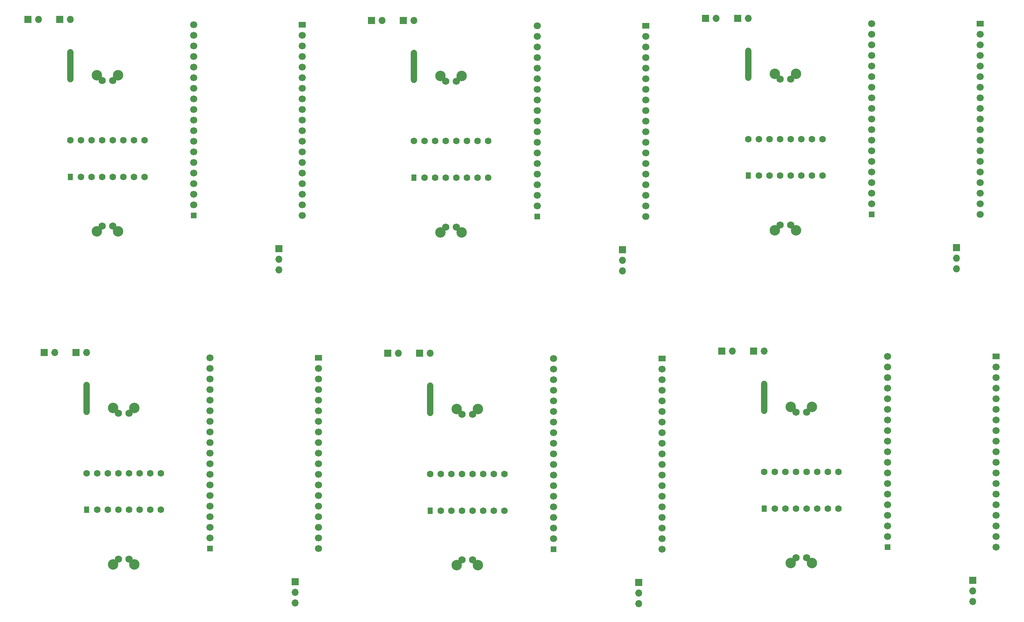
<source format=gbr>
%TF.GenerationSoftware,KiCad,Pcbnew,7.0.10*%
%TF.CreationDate,2024-06-27T10:14:01-03:00*%
%TF.ProjectId,EspR,45737052-2e6b-4696-9361-645f70636258,rev?*%
%TF.SameCoordinates,Original*%
%TF.FileFunction,Copper,L1,Top*%
%TF.FilePolarity,Positive*%
%FSLAX46Y46*%
G04 Gerber Fmt 4.6, Leading zero omitted, Abs format (unit mm)*
G04 Created by KiCad (PCBNEW 7.0.10) date 2024-06-27 10:14:01*
%MOMM*%
%LPD*%
G01*
G04 APERTURE LIST*
%TA.AperFunction,ComponentPad*%
%ADD10R,1.700000X1.700000*%
%TD*%
%TA.AperFunction,ComponentPad*%
%ADD11O,1.700000X1.700000*%
%TD*%
%TA.AperFunction,ComponentPad*%
%ADD12C,2.500000*%
%TD*%
%TA.AperFunction,ComponentPad*%
%ADD13C,1.750000*%
%TD*%
%TA.AperFunction,ComponentPad*%
%ADD14R,1.350000X1.350000*%
%TD*%
%TA.AperFunction,ComponentPad*%
%ADD15C,1.700000*%
%TD*%
%TA.AperFunction,ComponentPad*%
%ADD16R,1.700000X1.350000*%
%TD*%
%TA.AperFunction,ComponentPad*%
%ADD17R,1.250000X1.600000*%
%TD*%
%TA.AperFunction,ComponentPad*%
%ADD18C,1.600000*%
%TD*%
%TA.AperFunction,ViaPad*%
%ADD19C,1.500000*%
%TD*%
%TA.AperFunction,Conductor*%
%ADD20C,1.500000*%
%TD*%
G04 APERTURE END LIST*
D10*
%TO.P,BAT1,1,Pin_1*%
%TO.N,GNC*%
X203462500Y-106875000D03*
D11*
%TO.P,BAT1,2,Pin_2*%
%TO.N,+7.5V*%
X206002500Y-106875000D03*
%TD*%
D12*
%TO.P,J1,1,Pin_1*%
%TO.N,Net-(J1-Pin_1)*%
X212360000Y-157675000D03*
D13*
X213630000Y-156405000D03*
%TO.P,J1,2,Pin_2*%
%TO.N,Net-(J1-Pin_2)*%
X216170000Y-156405000D03*
D12*
X217440000Y-157675000D03*
%TD*%
%TO.P,J1,1,Pin_1*%
%TO.N,Net-(J1-Pin_1)*%
X132295000Y-158165000D03*
D13*
X133565000Y-156895000D03*
%TO.P,J1,2,Pin_2*%
%TO.N,Net-(J1-Pin_2)*%
X136105000Y-156895000D03*
D12*
X137375000Y-158165000D03*
%TD*%
D14*
%TO.P,U1,J4_1,GND_J4_1*%
%TO.N,unconnected-(U1-GND_J4_1-PadJ4_1)*%
X235555000Y-153865000D03*
D15*
%TO.P,U1,J4_2,G23*%
%TO.N,Enable 1(23)*%
X235555000Y-151325000D03*
%TO.P,U1,J4_3,G22*%
%TO.N,Motor 1(22)*%
X235555000Y-148785000D03*
%TO.P,U1,J4_4,TXD*%
%TO.N,unconnected-(U1-TXD-PadJ4_4)*%
X235555000Y-146245000D03*
%TO.P,U1,J4_5,RXD*%
%TO.N,unconnected-(U1-RXD-PadJ4_5)*%
X235555000Y-143705000D03*
%TO.P,U1,J4_6,G21*%
%TO.N,Motor 1(21)*%
X235555000Y-141165000D03*
%TO.P,U1,J4_7,GND_J4_7*%
%TO.N,unconnected-(U1-GND_J4_7-PadJ4_7)*%
X235555000Y-138625000D03*
%TO.P,U1,J4_8,G19*%
%TO.N,Enable 2(19)*%
X235555000Y-136085000D03*
%TO.P,U1,J4_9,G18*%
%TO.N,Motor 2(18)*%
X235555000Y-133545000D03*
%TO.P,U1,J4_10,G5*%
%TO.N,Motor 2(5)*%
X235555000Y-131005000D03*
%TO.P,U1,J4_11,G17*%
%TO.N,unconnected-(U1-G17-PadJ4_11)*%
X235555000Y-128465000D03*
%TO.P,U1,J4_12,G16*%
%TO.N,unconnected-(U1-G16-PadJ4_12)*%
X235555000Y-125925000D03*
%TO.P,U1,J4_13,G4*%
%TO.N,unconnected-(U1-G4-PadJ4_13)*%
X235555000Y-123385000D03*
%TO.P,U1,J4_14,G0*%
%TO.N,unconnected-(U1-G0-PadJ4_14)*%
X235555000Y-120845000D03*
%TO.P,U1,J4_15,G2*%
%TO.N,unconnected-(U1-G2-PadJ4_15)*%
X235555000Y-118305000D03*
%TO.P,U1,J4_16,G15*%
%TO.N,unconnected-(U1-G15-PadJ4_16)*%
X235555000Y-115765000D03*
%TO.P,U1,J4_17,SD1*%
%TO.N,unconnected-(U1-SD1-PadJ4_17)*%
X235555000Y-113225000D03*
%TO.P,U1,J4_18,SD0*%
%TO.N,unconnected-(U1-SD0-PadJ4_18)*%
X235555000Y-110685000D03*
%TO.P,U1,J4_19,CLK*%
%TO.N,unconnected-(U1-CLK-PadJ4_19)*%
X235555000Y-108145000D03*
D16*
%TO.P,U1,J5_1,5V*%
%TO.N,+5V*%
X261555000Y-108145000D03*
D15*
%TO.P,U1,J5_2,CMD*%
%TO.N,unconnected-(U1-CMD-PadJ5_2)*%
X261555000Y-110685000D03*
%TO.P,U1,J5_3,SD3*%
%TO.N,unconnected-(U1-SD3-PadJ5_3)*%
X261555000Y-113225000D03*
%TO.P,U1,J5_4,SD2*%
%TO.N,unconnected-(U1-SD2-PadJ5_4)*%
X261555000Y-115765000D03*
%TO.P,U1,J5_5,G13*%
%TO.N,unconnected-(U1-G13-PadJ5_5)*%
X261555000Y-118305000D03*
%TO.P,U1,J5_6,GND_J5_6*%
%TO.N,GND*%
X261555000Y-120845000D03*
%TO.P,U1,J5_7,G12*%
%TO.N,unconnected-(U1-G12-PadJ5_7)*%
X261555000Y-123385000D03*
%TO.P,U1,J5_8,G14*%
%TO.N,unconnected-(U1-G14-PadJ5_8)*%
X261555000Y-125925000D03*
%TO.P,U1,J5_9,G27*%
%TO.N,unconnected-(U1-G27-PadJ5_9)*%
X261555000Y-128465000D03*
%TO.P,U1,J5_10,G26*%
%TO.N,unconnected-(U1-G26-PadJ5_10)*%
X261555000Y-131005000D03*
%TO.P,U1,J5_11,G25*%
%TO.N,unconnected-(U1-G25-PadJ5_11)*%
X261555000Y-133545000D03*
%TO.P,U1,J5_12,G33*%
%TO.N,unconnected-(U1-G33-PadJ5_12)*%
X261555000Y-136085000D03*
%TO.P,U1,J5_13,G32*%
%TO.N,32*%
X261555000Y-138625000D03*
%TO.P,U1,J5_14,G35*%
%TO.N,unconnected-(U1-G35-PadJ5_14)*%
X261555000Y-141165000D03*
%TO.P,U1,J5_15,G34*%
%TO.N,unconnected-(U1-G34-PadJ5_15)*%
X261555000Y-143705000D03*
%TO.P,U1,J5_16,SN*%
%TO.N,unconnected-(U1-SN-PadJ5_16)*%
X261555000Y-146245000D03*
%TO.P,U1,J5_17,SP*%
%TO.N,unconnected-(U1-SP-PadJ5_17)*%
X261555000Y-148785000D03*
%TO.P,U1,J5_18,EN*%
%TO.N,unconnected-(U1-EN-PadJ5_18)*%
X261555000Y-151325000D03*
%TO.P,U1,J5_19,3V3*%
%TO.N,unconnected-(U1-3V3-PadJ5_19)*%
X261555000Y-153865000D03*
%TD*%
D10*
%TO.P,BAT1,1,Pin_1*%
%TO.N,GNC*%
X123397500Y-107365000D03*
D11*
%TO.P,BAT1,2,Pin_2*%
%TO.N,+7.5V*%
X125937500Y-107365000D03*
%TD*%
D10*
%TO.P,J4,1,Pin_1*%
%TO.N,GND*%
X255950000Y-161815000D03*
D11*
%TO.P,J4,2,Pin_2*%
%TO.N,+5V*%
X255950000Y-164355000D03*
%TO.P,J4,3,Pin_3*%
%TO.N,32*%
X255950000Y-166895000D03*
%TD*%
D17*
%TO.P,U2,1,ENABLE1*%
%TO.N,Enable 1(23)*%
X206010000Y-144605000D03*
D18*
%TO.P,U2,2,INPUT1*%
%TO.N,Motor 1(22)*%
X208550000Y-144605000D03*
%TO.P,U2,3,OUTPUT1*%
%TO.N,Net-(J1-Pin_1)*%
X211090000Y-144605000D03*
%TO.P,U2,4,GND*%
%TO.N,GND*%
X213630000Y-144605000D03*
%TO.P,U2,5,GND*%
X216170000Y-144605000D03*
%TO.P,U2,6,OUTPUT2*%
%TO.N,Net-(J1-Pin_2)*%
X218710000Y-144605000D03*
%TO.P,U2,7,INPUT2*%
%TO.N,Motor 1(21)*%
X221250000Y-144605000D03*
%TO.P,U2,8,VS*%
%TO.N,+5V*%
X223790000Y-144605000D03*
%TO.P,U2,9,ENABLE2*%
%TO.N,Enable 2(19)*%
X223790000Y-135805000D03*
%TO.P,U2,10,INPUT3*%
%TO.N,Motor 2(18)*%
X221250000Y-135805000D03*
%TO.P,U2,11,OUTPUT3*%
%TO.N,Net-(J2-Pin_1)*%
X218710000Y-135805000D03*
%TO.P,U2,12,GND*%
%TO.N,GND*%
X216170000Y-135805000D03*
%TO.P,U2,13,GND*%
X213630000Y-135805000D03*
%TO.P,U2,14,OUTPUT4*%
%TO.N,Net-(J2-Pin_2)*%
X211090000Y-135805000D03*
%TO.P,U2,15,INPUT4*%
%TO.N,Motor 2(5)*%
X208550000Y-135805000D03*
%TO.P,U2,16,VSS*%
%TO.N,+7.5V*%
X206010000Y-135805000D03*
%TD*%
D12*
%TO.P,J2,1,Pin_1*%
%TO.N,Net-(J2-Pin_1)*%
X217440000Y-120210000D03*
D13*
X216170000Y-121480000D03*
%TO.P,J2,2,Pin_2*%
%TO.N,Net-(J2-Pin_2)*%
X213630000Y-121480000D03*
D12*
X212360000Y-120210000D03*
%TD*%
D14*
%TO.P,U1,J4_1,GND_J4_1*%
%TO.N,unconnected-(U1-GND_J4_1-PadJ4_1)*%
X155490000Y-154355000D03*
D15*
%TO.P,U1,J4_2,G23*%
%TO.N,Enable 1(23)*%
X155490000Y-151815000D03*
%TO.P,U1,J4_3,G22*%
%TO.N,Motor 1(22)*%
X155490000Y-149275000D03*
%TO.P,U1,J4_4,TXD*%
%TO.N,unconnected-(U1-TXD-PadJ4_4)*%
X155490000Y-146735000D03*
%TO.P,U1,J4_5,RXD*%
%TO.N,unconnected-(U1-RXD-PadJ4_5)*%
X155490000Y-144195000D03*
%TO.P,U1,J4_6,G21*%
%TO.N,Motor 1(21)*%
X155490000Y-141655000D03*
%TO.P,U1,J4_7,GND_J4_7*%
%TO.N,unconnected-(U1-GND_J4_7-PadJ4_7)*%
X155490000Y-139115000D03*
%TO.P,U1,J4_8,G19*%
%TO.N,Enable 2(19)*%
X155490000Y-136575000D03*
%TO.P,U1,J4_9,G18*%
%TO.N,Motor 2(18)*%
X155490000Y-134035000D03*
%TO.P,U1,J4_10,G5*%
%TO.N,Motor 2(5)*%
X155490000Y-131495000D03*
%TO.P,U1,J4_11,G17*%
%TO.N,unconnected-(U1-G17-PadJ4_11)*%
X155490000Y-128955000D03*
%TO.P,U1,J4_12,G16*%
%TO.N,unconnected-(U1-G16-PadJ4_12)*%
X155490000Y-126415000D03*
%TO.P,U1,J4_13,G4*%
%TO.N,unconnected-(U1-G4-PadJ4_13)*%
X155490000Y-123875000D03*
%TO.P,U1,J4_14,G0*%
%TO.N,unconnected-(U1-G0-PadJ4_14)*%
X155490000Y-121335000D03*
%TO.P,U1,J4_15,G2*%
%TO.N,unconnected-(U1-G2-PadJ4_15)*%
X155490000Y-118795000D03*
%TO.P,U1,J4_16,G15*%
%TO.N,unconnected-(U1-G15-PadJ4_16)*%
X155490000Y-116255000D03*
%TO.P,U1,J4_17,SD1*%
%TO.N,unconnected-(U1-SD1-PadJ4_17)*%
X155490000Y-113715000D03*
%TO.P,U1,J4_18,SD0*%
%TO.N,unconnected-(U1-SD0-PadJ4_18)*%
X155490000Y-111175000D03*
%TO.P,U1,J4_19,CLK*%
%TO.N,unconnected-(U1-CLK-PadJ4_19)*%
X155490000Y-108635000D03*
D16*
%TO.P,U1,J5_1,5V*%
%TO.N,+5V*%
X181490000Y-108635000D03*
D15*
%TO.P,U1,J5_2,CMD*%
%TO.N,unconnected-(U1-CMD-PadJ5_2)*%
X181490000Y-111175000D03*
%TO.P,U1,J5_3,SD3*%
%TO.N,unconnected-(U1-SD3-PadJ5_3)*%
X181490000Y-113715000D03*
%TO.P,U1,J5_4,SD2*%
%TO.N,unconnected-(U1-SD2-PadJ5_4)*%
X181490000Y-116255000D03*
%TO.P,U1,J5_5,G13*%
%TO.N,unconnected-(U1-G13-PadJ5_5)*%
X181490000Y-118795000D03*
%TO.P,U1,J5_6,GND_J5_6*%
%TO.N,GND*%
X181490000Y-121335000D03*
%TO.P,U1,J5_7,G12*%
%TO.N,unconnected-(U1-G12-PadJ5_7)*%
X181490000Y-123875000D03*
%TO.P,U1,J5_8,G14*%
%TO.N,unconnected-(U1-G14-PadJ5_8)*%
X181490000Y-126415000D03*
%TO.P,U1,J5_9,G27*%
%TO.N,unconnected-(U1-G27-PadJ5_9)*%
X181490000Y-128955000D03*
%TO.P,U1,J5_10,G26*%
%TO.N,unconnected-(U1-G26-PadJ5_10)*%
X181490000Y-131495000D03*
%TO.P,U1,J5_11,G25*%
%TO.N,unconnected-(U1-G25-PadJ5_11)*%
X181490000Y-134035000D03*
%TO.P,U1,J5_12,G33*%
%TO.N,unconnected-(U1-G33-PadJ5_12)*%
X181490000Y-136575000D03*
%TO.P,U1,J5_13,G32*%
%TO.N,32*%
X181490000Y-139115000D03*
%TO.P,U1,J5_14,G35*%
%TO.N,unconnected-(U1-G35-PadJ5_14)*%
X181490000Y-141655000D03*
%TO.P,U1,J5_15,G34*%
%TO.N,unconnected-(U1-G34-PadJ5_15)*%
X181490000Y-144195000D03*
%TO.P,U1,J5_16,SN*%
%TO.N,unconnected-(U1-SN-PadJ5_16)*%
X181490000Y-146735000D03*
%TO.P,U1,J5_17,SP*%
%TO.N,unconnected-(U1-SP-PadJ5_17)*%
X181490000Y-149275000D03*
%TO.P,U1,J5_18,EN*%
%TO.N,unconnected-(U1-EN-PadJ5_18)*%
X181490000Y-151815000D03*
%TO.P,U1,J5_19,3V3*%
%TO.N,unconnected-(U1-3V3-PadJ5_19)*%
X181490000Y-154355000D03*
%TD*%
D17*
%TO.P,U2,1,ENABLE1*%
%TO.N,Enable 1(23)*%
X125945000Y-145095000D03*
D18*
%TO.P,U2,2,INPUT1*%
%TO.N,Motor 1(22)*%
X128485000Y-145095000D03*
%TO.P,U2,3,OUTPUT1*%
%TO.N,Net-(J1-Pin_1)*%
X131025000Y-145095000D03*
%TO.P,U2,4,GND*%
%TO.N,GND*%
X133565000Y-145095000D03*
%TO.P,U2,5,GND*%
X136105000Y-145095000D03*
%TO.P,U2,6,OUTPUT2*%
%TO.N,Net-(J1-Pin_2)*%
X138645000Y-145095000D03*
%TO.P,U2,7,INPUT2*%
%TO.N,Motor 1(21)*%
X141185000Y-145095000D03*
%TO.P,U2,8,VS*%
%TO.N,+5V*%
X143725000Y-145095000D03*
%TO.P,U2,9,ENABLE2*%
%TO.N,Enable 2(19)*%
X143725000Y-136295000D03*
%TO.P,U2,10,INPUT3*%
%TO.N,Motor 2(18)*%
X141185000Y-136295000D03*
%TO.P,U2,11,OUTPUT3*%
%TO.N,Net-(J2-Pin_1)*%
X138645000Y-136295000D03*
%TO.P,U2,12,GND*%
%TO.N,GND*%
X136105000Y-136295000D03*
%TO.P,U2,13,GND*%
X133565000Y-136295000D03*
%TO.P,U2,14,OUTPUT4*%
%TO.N,Net-(J2-Pin_2)*%
X131025000Y-136295000D03*
%TO.P,U2,15,INPUT4*%
%TO.N,Motor 2(5)*%
X128485000Y-136295000D03*
%TO.P,U2,16,VSS*%
%TO.N,+7.5V*%
X125945000Y-136295000D03*
%TD*%
D10*
%TO.P,BAT2,1,Pin_1*%
%TO.N,GND*%
X195837500Y-106875000D03*
D11*
%TO.P,BAT2,2,Pin_2*%
%TO.N,GNC*%
X198377500Y-106875000D03*
%TD*%
D12*
%TO.P,J2,1,Pin_1*%
%TO.N,Net-(J2-Pin_1)*%
X137375000Y-120700000D03*
D13*
X136105000Y-121970000D03*
%TO.P,J2,2,Pin_2*%
%TO.N,Net-(J2-Pin_2)*%
X133565000Y-121970000D03*
D12*
X132295000Y-120700000D03*
%TD*%
D10*
%TO.P,J4,1,Pin_1*%
%TO.N,GND*%
X175885000Y-162305000D03*
D11*
%TO.P,J4,2,Pin_2*%
%TO.N,+5V*%
X175885000Y-164845000D03*
%TO.P,J4,3,Pin_3*%
%TO.N,32*%
X175885000Y-167385000D03*
%TD*%
D10*
%TO.P,BAT2,1,Pin_1*%
%TO.N,GND*%
X115772500Y-107365000D03*
D11*
%TO.P,BAT2,2,Pin_2*%
%TO.N,GNC*%
X118312500Y-107365000D03*
%TD*%
D14*
%TO.P,U1,J4_1,GND_J4_1*%
%TO.N,unconnected-(U1-GND_J4_1-PadJ4_1)*%
X73210000Y-154160000D03*
D15*
%TO.P,U1,J4_2,G23*%
%TO.N,Enable 1(23)*%
X73210000Y-151620000D03*
%TO.P,U1,J4_3,G22*%
%TO.N,Motor 1(22)*%
X73210000Y-149080000D03*
%TO.P,U1,J4_4,TXD*%
%TO.N,unconnected-(U1-TXD-PadJ4_4)*%
X73210000Y-146540000D03*
%TO.P,U1,J4_5,RXD*%
%TO.N,unconnected-(U1-RXD-PadJ4_5)*%
X73210000Y-144000000D03*
%TO.P,U1,J4_6,G21*%
%TO.N,Motor 1(21)*%
X73210000Y-141460000D03*
%TO.P,U1,J4_7,GND_J4_7*%
%TO.N,unconnected-(U1-GND_J4_7-PadJ4_7)*%
X73210000Y-138920000D03*
%TO.P,U1,J4_8,G19*%
%TO.N,Enable 2(19)*%
X73210000Y-136380000D03*
%TO.P,U1,J4_9,G18*%
%TO.N,Motor 2(18)*%
X73210000Y-133840000D03*
%TO.P,U1,J4_10,G5*%
%TO.N,Motor 2(5)*%
X73210000Y-131300000D03*
%TO.P,U1,J4_11,G17*%
%TO.N,unconnected-(U1-G17-PadJ4_11)*%
X73210000Y-128760000D03*
%TO.P,U1,J4_12,G16*%
%TO.N,unconnected-(U1-G16-PadJ4_12)*%
X73210000Y-126220000D03*
%TO.P,U1,J4_13,G4*%
%TO.N,unconnected-(U1-G4-PadJ4_13)*%
X73210000Y-123680000D03*
%TO.P,U1,J4_14,G0*%
%TO.N,unconnected-(U1-G0-PadJ4_14)*%
X73210000Y-121140000D03*
%TO.P,U1,J4_15,G2*%
%TO.N,unconnected-(U1-G2-PadJ4_15)*%
X73210000Y-118600000D03*
%TO.P,U1,J4_16,G15*%
%TO.N,unconnected-(U1-G15-PadJ4_16)*%
X73210000Y-116060000D03*
%TO.P,U1,J4_17,SD1*%
%TO.N,unconnected-(U1-SD1-PadJ4_17)*%
X73210000Y-113520000D03*
%TO.P,U1,J4_18,SD0*%
%TO.N,unconnected-(U1-SD0-PadJ4_18)*%
X73210000Y-110980000D03*
%TO.P,U1,J4_19,CLK*%
%TO.N,unconnected-(U1-CLK-PadJ4_19)*%
X73210000Y-108440000D03*
D16*
%TO.P,U1,J5_1,5V*%
%TO.N,+5V*%
X99210000Y-108440000D03*
D15*
%TO.P,U1,J5_2,CMD*%
%TO.N,unconnected-(U1-CMD-PadJ5_2)*%
X99210000Y-110980000D03*
%TO.P,U1,J5_3,SD3*%
%TO.N,unconnected-(U1-SD3-PadJ5_3)*%
X99210000Y-113520000D03*
%TO.P,U1,J5_4,SD2*%
%TO.N,unconnected-(U1-SD2-PadJ5_4)*%
X99210000Y-116060000D03*
%TO.P,U1,J5_5,G13*%
%TO.N,unconnected-(U1-G13-PadJ5_5)*%
X99210000Y-118600000D03*
%TO.P,U1,J5_6,GND_J5_6*%
%TO.N,GND*%
X99210000Y-121140000D03*
%TO.P,U1,J5_7,G12*%
%TO.N,unconnected-(U1-G12-PadJ5_7)*%
X99210000Y-123680000D03*
%TO.P,U1,J5_8,G14*%
%TO.N,unconnected-(U1-G14-PadJ5_8)*%
X99210000Y-126220000D03*
%TO.P,U1,J5_9,G27*%
%TO.N,unconnected-(U1-G27-PadJ5_9)*%
X99210000Y-128760000D03*
%TO.P,U1,J5_10,G26*%
%TO.N,unconnected-(U1-G26-PadJ5_10)*%
X99210000Y-131300000D03*
%TO.P,U1,J5_11,G25*%
%TO.N,unconnected-(U1-G25-PadJ5_11)*%
X99210000Y-133840000D03*
%TO.P,U1,J5_12,G33*%
%TO.N,unconnected-(U1-G33-PadJ5_12)*%
X99210000Y-136380000D03*
%TO.P,U1,J5_13,G32*%
%TO.N,32*%
X99210000Y-138920000D03*
%TO.P,U1,J5_14,G35*%
%TO.N,unconnected-(U1-G35-PadJ5_14)*%
X99210000Y-141460000D03*
%TO.P,U1,J5_15,G34*%
%TO.N,unconnected-(U1-G34-PadJ5_15)*%
X99210000Y-144000000D03*
%TO.P,U1,J5_16,SN*%
%TO.N,unconnected-(U1-SN-PadJ5_16)*%
X99210000Y-146540000D03*
%TO.P,U1,J5_17,SP*%
%TO.N,unconnected-(U1-SP-PadJ5_17)*%
X99210000Y-149080000D03*
%TO.P,U1,J5_18,EN*%
%TO.N,unconnected-(U1-EN-PadJ5_18)*%
X99210000Y-151620000D03*
%TO.P,U1,J5_19,3V3*%
%TO.N,unconnected-(U1-3V3-PadJ5_19)*%
X99210000Y-154160000D03*
%TD*%
D12*
%TO.P,J2,1,Pin_1*%
%TO.N,Net-(J2-Pin_1)*%
X55095000Y-120505000D03*
D13*
X53825000Y-121775000D03*
%TO.P,J2,2,Pin_2*%
%TO.N,Net-(J2-Pin_2)*%
X51285000Y-121775000D03*
D12*
X50015000Y-120505000D03*
%TD*%
D17*
%TO.P,U2,1,ENABLE1*%
%TO.N,Enable 1(23)*%
X43665000Y-144900000D03*
D18*
%TO.P,U2,2,INPUT1*%
%TO.N,Motor 1(22)*%
X46205000Y-144900000D03*
%TO.P,U2,3,OUTPUT1*%
%TO.N,Net-(J1-Pin_1)*%
X48745000Y-144900000D03*
%TO.P,U2,4,GND*%
%TO.N,GND*%
X51285000Y-144900000D03*
%TO.P,U2,5,GND*%
X53825000Y-144900000D03*
%TO.P,U2,6,OUTPUT2*%
%TO.N,Net-(J1-Pin_2)*%
X56365000Y-144900000D03*
%TO.P,U2,7,INPUT2*%
%TO.N,Motor 1(21)*%
X58905000Y-144900000D03*
%TO.P,U2,8,VS*%
%TO.N,+5V*%
X61445000Y-144900000D03*
%TO.P,U2,9,ENABLE2*%
%TO.N,Enable 2(19)*%
X61445000Y-136100000D03*
%TO.P,U2,10,INPUT3*%
%TO.N,Motor 2(18)*%
X58905000Y-136100000D03*
%TO.P,U2,11,OUTPUT3*%
%TO.N,Net-(J2-Pin_1)*%
X56365000Y-136100000D03*
%TO.P,U2,12,GND*%
%TO.N,GND*%
X53825000Y-136100000D03*
%TO.P,U2,13,GND*%
X51285000Y-136100000D03*
%TO.P,U2,14,OUTPUT4*%
%TO.N,Net-(J2-Pin_2)*%
X48745000Y-136100000D03*
%TO.P,U2,15,INPUT4*%
%TO.N,Motor 2(5)*%
X46205000Y-136100000D03*
%TO.P,U2,16,VSS*%
%TO.N,+7.5V*%
X43665000Y-136100000D03*
%TD*%
D10*
%TO.P,J4,1,Pin_1*%
%TO.N,GND*%
X93605000Y-162110000D03*
D11*
%TO.P,J4,2,Pin_2*%
%TO.N,+5V*%
X93605000Y-164650000D03*
%TO.P,J4,3,Pin_3*%
%TO.N,32*%
X93605000Y-167190000D03*
%TD*%
D12*
%TO.P,J1,1,Pin_1*%
%TO.N,Net-(J1-Pin_1)*%
X50015000Y-157970000D03*
D13*
X51285000Y-156700000D03*
%TO.P,J1,2,Pin_2*%
%TO.N,Net-(J1-Pin_2)*%
X53825000Y-156700000D03*
D12*
X55095000Y-157970000D03*
%TD*%
D10*
%TO.P,BAT1,1,Pin_1*%
%TO.N,GNC*%
X41117500Y-107170000D03*
D11*
%TO.P,BAT1,2,Pin_2*%
%TO.N,+7.5V*%
X43657500Y-107170000D03*
%TD*%
D10*
%TO.P,BAT2,1,Pin_1*%
%TO.N,GND*%
X33492500Y-107170000D03*
D11*
%TO.P,BAT2,2,Pin_2*%
%TO.N,GNC*%
X36032500Y-107170000D03*
%TD*%
D12*
%TO.P,J1,1,Pin_1*%
%TO.N,Net-(J1-Pin_1)*%
X208490000Y-77875000D03*
D13*
X209760000Y-76605000D03*
%TO.P,J1,2,Pin_2*%
%TO.N,Net-(J1-Pin_2)*%
X212300000Y-76605000D03*
D12*
X213570000Y-77875000D03*
%TD*%
D10*
%TO.P,BAT1,1,Pin_1*%
%TO.N,GNC*%
X199592500Y-27075000D03*
D11*
%TO.P,BAT1,2,Pin_2*%
%TO.N,+7.5V*%
X202132500Y-27075000D03*
%TD*%
D14*
%TO.P,U1,J4_1,GND_J4_1*%
%TO.N,unconnected-(U1-GND_J4_1-PadJ4_1)*%
X231685000Y-74065000D03*
D15*
%TO.P,U1,J4_2,G23*%
%TO.N,Enable 1(23)*%
X231685000Y-71525000D03*
%TO.P,U1,J4_3,G22*%
%TO.N,Motor 1(22)*%
X231685000Y-68985000D03*
%TO.P,U1,J4_4,TXD*%
%TO.N,unconnected-(U1-TXD-PadJ4_4)*%
X231685000Y-66445000D03*
%TO.P,U1,J4_5,RXD*%
%TO.N,unconnected-(U1-RXD-PadJ4_5)*%
X231685000Y-63905000D03*
%TO.P,U1,J4_6,G21*%
%TO.N,Motor 1(21)*%
X231685000Y-61365000D03*
%TO.P,U1,J4_7,GND_J4_7*%
%TO.N,unconnected-(U1-GND_J4_7-PadJ4_7)*%
X231685000Y-58825000D03*
%TO.P,U1,J4_8,G19*%
%TO.N,Enable 2(19)*%
X231685000Y-56285000D03*
%TO.P,U1,J4_9,G18*%
%TO.N,Motor 2(18)*%
X231685000Y-53745000D03*
%TO.P,U1,J4_10,G5*%
%TO.N,Motor 2(5)*%
X231685000Y-51205000D03*
%TO.P,U1,J4_11,G17*%
%TO.N,unconnected-(U1-G17-PadJ4_11)*%
X231685000Y-48665000D03*
%TO.P,U1,J4_12,G16*%
%TO.N,unconnected-(U1-G16-PadJ4_12)*%
X231685000Y-46125000D03*
%TO.P,U1,J4_13,G4*%
%TO.N,unconnected-(U1-G4-PadJ4_13)*%
X231685000Y-43585000D03*
%TO.P,U1,J4_14,G0*%
%TO.N,unconnected-(U1-G0-PadJ4_14)*%
X231685000Y-41045000D03*
%TO.P,U1,J4_15,G2*%
%TO.N,unconnected-(U1-G2-PadJ4_15)*%
X231685000Y-38505000D03*
%TO.P,U1,J4_16,G15*%
%TO.N,unconnected-(U1-G15-PadJ4_16)*%
X231685000Y-35965000D03*
%TO.P,U1,J4_17,SD1*%
%TO.N,unconnected-(U1-SD1-PadJ4_17)*%
X231685000Y-33425000D03*
%TO.P,U1,J4_18,SD0*%
%TO.N,unconnected-(U1-SD0-PadJ4_18)*%
X231685000Y-30885000D03*
%TO.P,U1,J4_19,CLK*%
%TO.N,unconnected-(U1-CLK-PadJ4_19)*%
X231685000Y-28345000D03*
D16*
%TO.P,U1,J5_1,5V*%
%TO.N,+5V*%
X257685000Y-28345000D03*
D15*
%TO.P,U1,J5_2,CMD*%
%TO.N,unconnected-(U1-CMD-PadJ5_2)*%
X257685000Y-30885000D03*
%TO.P,U1,J5_3,SD3*%
%TO.N,unconnected-(U1-SD3-PadJ5_3)*%
X257685000Y-33425000D03*
%TO.P,U1,J5_4,SD2*%
%TO.N,unconnected-(U1-SD2-PadJ5_4)*%
X257685000Y-35965000D03*
%TO.P,U1,J5_5,G13*%
%TO.N,unconnected-(U1-G13-PadJ5_5)*%
X257685000Y-38505000D03*
%TO.P,U1,J5_6,GND_J5_6*%
%TO.N,GND*%
X257685000Y-41045000D03*
%TO.P,U1,J5_7,G12*%
%TO.N,unconnected-(U1-G12-PadJ5_7)*%
X257685000Y-43585000D03*
%TO.P,U1,J5_8,G14*%
%TO.N,unconnected-(U1-G14-PadJ5_8)*%
X257685000Y-46125000D03*
%TO.P,U1,J5_9,G27*%
%TO.N,unconnected-(U1-G27-PadJ5_9)*%
X257685000Y-48665000D03*
%TO.P,U1,J5_10,G26*%
%TO.N,unconnected-(U1-G26-PadJ5_10)*%
X257685000Y-51205000D03*
%TO.P,U1,J5_11,G25*%
%TO.N,unconnected-(U1-G25-PadJ5_11)*%
X257685000Y-53745000D03*
%TO.P,U1,J5_12,G33*%
%TO.N,unconnected-(U1-G33-PadJ5_12)*%
X257685000Y-56285000D03*
%TO.P,U1,J5_13,G32*%
%TO.N,32*%
X257685000Y-58825000D03*
%TO.P,U1,J5_14,G35*%
%TO.N,unconnected-(U1-G35-PadJ5_14)*%
X257685000Y-61365000D03*
%TO.P,U1,J5_15,G34*%
%TO.N,unconnected-(U1-G34-PadJ5_15)*%
X257685000Y-63905000D03*
%TO.P,U1,J5_16,SN*%
%TO.N,unconnected-(U1-SN-PadJ5_16)*%
X257685000Y-66445000D03*
%TO.P,U1,J5_17,SP*%
%TO.N,unconnected-(U1-SP-PadJ5_17)*%
X257685000Y-68985000D03*
%TO.P,U1,J5_18,EN*%
%TO.N,unconnected-(U1-EN-PadJ5_18)*%
X257685000Y-71525000D03*
%TO.P,U1,J5_19,3V3*%
%TO.N,unconnected-(U1-3V3-PadJ5_19)*%
X257685000Y-74065000D03*
%TD*%
D17*
%TO.P,U2,1,ENABLE1*%
%TO.N,Enable 1(23)*%
X202140000Y-64805000D03*
D18*
%TO.P,U2,2,INPUT1*%
%TO.N,Motor 1(22)*%
X204680000Y-64805000D03*
%TO.P,U2,3,OUTPUT1*%
%TO.N,Net-(J1-Pin_1)*%
X207220000Y-64805000D03*
%TO.P,U2,4,GND*%
%TO.N,GND*%
X209760000Y-64805000D03*
%TO.P,U2,5,GND*%
X212300000Y-64805000D03*
%TO.P,U2,6,OUTPUT2*%
%TO.N,Net-(J1-Pin_2)*%
X214840000Y-64805000D03*
%TO.P,U2,7,INPUT2*%
%TO.N,Motor 1(21)*%
X217380000Y-64805000D03*
%TO.P,U2,8,VS*%
%TO.N,+5V*%
X219920000Y-64805000D03*
%TO.P,U2,9,ENABLE2*%
%TO.N,Enable 2(19)*%
X219920000Y-56005000D03*
%TO.P,U2,10,INPUT3*%
%TO.N,Motor 2(18)*%
X217380000Y-56005000D03*
%TO.P,U2,11,OUTPUT3*%
%TO.N,Net-(J2-Pin_1)*%
X214840000Y-56005000D03*
%TO.P,U2,12,GND*%
%TO.N,GND*%
X212300000Y-56005000D03*
%TO.P,U2,13,GND*%
X209760000Y-56005000D03*
%TO.P,U2,14,OUTPUT4*%
%TO.N,Net-(J2-Pin_2)*%
X207220000Y-56005000D03*
%TO.P,U2,15,INPUT4*%
%TO.N,Motor 2(5)*%
X204680000Y-56005000D03*
%TO.P,U2,16,VSS*%
%TO.N,+7.5V*%
X202140000Y-56005000D03*
%TD*%
D12*
%TO.P,J2,1,Pin_1*%
%TO.N,Net-(J2-Pin_1)*%
X213570000Y-40410000D03*
D13*
X212300000Y-41680000D03*
%TO.P,J2,2,Pin_2*%
%TO.N,Net-(J2-Pin_2)*%
X209760000Y-41680000D03*
D12*
X208490000Y-40410000D03*
%TD*%
D10*
%TO.P,J4,1,Pin_1*%
%TO.N,GND*%
X252080000Y-82015000D03*
D11*
%TO.P,J4,2,Pin_2*%
%TO.N,+5V*%
X252080000Y-84555000D03*
%TO.P,J4,3,Pin_3*%
%TO.N,32*%
X252080000Y-87095000D03*
%TD*%
D10*
%TO.P,BAT2,1,Pin_1*%
%TO.N,GND*%
X191967500Y-27075000D03*
D11*
%TO.P,BAT2,2,Pin_2*%
%TO.N,GNC*%
X194507500Y-27075000D03*
%TD*%
D14*
%TO.P,U1,J4_1,GND_J4_1*%
%TO.N,unconnected-(U1-GND_J4_1-PadJ4_1)*%
X151620000Y-74555000D03*
D15*
%TO.P,U1,J4_2,G23*%
%TO.N,Enable 1(23)*%
X151620000Y-72015000D03*
%TO.P,U1,J4_3,G22*%
%TO.N,Motor 1(22)*%
X151620000Y-69475000D03*
%TO.P,U1,J4_4,TXD*%
%TO.N,unconnected-(U1-TXD-PadJ4_4)*%
X151620000Y-66935000D03*
%TO.P,U1,J4_5,RXD*%
%TO.N,unconnected-(U1-RXD-PadJ4_5)*%
X151620000Y-64395000D03*
%TO.P,U1,J4_6,G21*%
%TO.N,Motor 1(21)*%
X151620000Y-61855000D03*
%TO.P,U1,J4_7,GND_J4_7*%
%TO.N,unconnected-(U1-GND_J4_7-PadJ4_7)*%
X151620000Y-59315000D03*
%TO.P,U1,J4_8,G19*%
%TO.N,Enable 2(19)*%
X151620000Y-56775000D03*
%TO.P,U1,J4_9,G18*%
%TO.N,Motor 2(18)*%
X151620000Y-54235000D03*
%TO.P,U1,J4_10,G5*%
%TO.N,Motor 2(5)*%
X151620000Y-51695000D03*
%TO.P,U1,J4_11,G17*%
%TO.N,unconnected-(U1-G17-PadJ4_11)*%
X151620000Y-49155000D03*
%TO.P,U1,J4_12,G16*%
%TO.N,unconnected-(U1-G16-PadJ4_12)*%
X151620000Y-46615000D03*
%TO.P,U1,J4_13,G4*%
%TO.N,unconnected-(U1-G4-PadJ4_13)*%
X151620000Y-44075000D03*
%TO.P,U1,J4_14,G0*%
%TO.N,unconnected-(U1-G0-PadJ4_14)*%
X151620000Y-41535000D03*
%TO.P,U1,J4_15,G2*%
%TO.N,unconnected-(U1-G2-PadJ4_15)*%
X151620000Y-38995000D03*
%TO.P,U1,J4_16,G15*%
%TO.N,unconnected-(U1-G15-PadJ4_16)*%
X151620000Y-36455000D03*
%TO.P,U1,J4_17,SD1*%
%TO.N,unconnected-(U1-SD1-PadJ4_17)*%
X151620000Y-33915000D03*
%TO.P,U1,J4_18,SD0*%
%TO.N,unconnected-(U1-SD0-PadJ4_18)*%
X151620000Y-31375000D03*
%TO.P,U1,J4_19,CLK*%
%TO.N,unconnected-(U1-CLK-PadJ4_19)*%
X151620000Y-28835000D03*
D16*
%TO.P,U1,J5_1,5V*%
%TO.N,+5V*%
X177620000Y-28835000D03*
D15*
%TO.P,U1,J5_2,CMD*%
%TO.N,unconnected-(U1-CMD-PadJ5_2)*%
X177620000Y-31375000D03*
%TO.P,U1,J5_3,SD3*%
%TO.N,unconnected-(U1-SD3-PadJ5_3)*%
X177620000Y-33915000D03*
%TO.P,U1,J5_4,SD2*%
%TO.N,unconnected-(U1-SD2-PadJ5_4)*%
X177620000Y-36455000D03*
%TO.P,U1,J5_5,G13*%
%TO.N,unconnected-(U1-G13-PadJ5_5)*%
X177620000Y-38995000D03*
%TO.P,U1,J5_6,GND_J5_6*%
%TO.N,GND*%
X177620000Y-41535000D03*
%TO.P,U1,J5_7,G12*%
%TO.N,unconnected-(U1-G12-PadJ5_7)*%
X177620000Y-44075000D03*
%TO.P,U1,J5_8,G14*%
%TO.N,unconnected-(U1-G14-PadJ5_8)*%
X177620000Y-46615000D03*
%TO.P,U1,J5_9,G27*%
%TO.N,unconnected-(U1-G27-PadJ5_9)*%
X177620000Y-49155000D03*
%TO.P,U1,J5_10,G26*%
%TO.N,unconnected-(U1-G26-PadJ5_10)*%
X177620000Y-51695000D03*
%TO.P,U1,J5_11,G25*%
%TO.N,unconnected-(U1-G25-PadJ5_11)*%
X177620000Y-54235000D03*
%TO.P,U1,J5_12,G33*%
%TO.N,unconnected-(U1-G33-PadJ5_12)*%
X177620000Y-56775000D03*
%TO.P,U1,J5_13,G32*%
%TO.N,32*%
X177620000Y-59315000D03*
%TO.P,U1,J5_14,G35*%
%TO.N,unconnected-(U1-G35-PadJ5_14)*%
X177620000Y-61855000D03*
%TO.P,U1,J5_15,G34*%
%TO.N,unconnected-(U1-G34-PadJ5_15)*%
X177620000Y-64395000D03*
%TO.P,U1,J5_16,SN*%
%TO.N,unconnected-(U1-SN-PadJ5_16)*%
X177620000Y-66935000D03*
%TO.P,U1,J5_17,SP*%
%TO.N,unconnected-(U1-SP-PadJ5_17)*%
X177620000Y-69475000D03*
%TO.P,U1,J5_18,EN*%
%TO.N,unconnected-(U1-EN-PadJ5_18)*%
X177620000Y-72015000D03*
%TO.P,U1,J5_19,3V3*%
%TO.N,unconnected-(U1-3V3-PadJ5_19)*%
X177620000Y-74555000D03*
%TD*%
D12*
%TO.P,J2,1,Pin_1*%
%TO.N,Net-(J2-Pin_1)*%
X133505000Y-40900000D03*
D13*
X132235000Y-42170000D03*
%TO.P,J2,2,Pin_2*%
%TO.N,Net-(J2-Pin_2)*%
X129695000Y-42170000D03*
D12*
X128425000Y-40900000D03*
%TD*%
D17*
%TO.P,U2,1,ENABLE1*%
%TO.N,Enable 1(23)*%
X122075000Y-65295000D03*
D18*
%TO.P,U2,2,INPUT1*%
%TO.N,Motor 1(22)*%
X124615000Y-65295000D03*
%TO.P,U2,3,OUTPUT1*%
%TO.N,Net-(J1-Pin_1)*%
X127155000Y-65295000D03*
%TO.P,U2,4,GND*%
%TO.N,GND*%
X129695000Y-65295000D03*
%TO.P,U2,5,GND*%
X132235000Y-65295000D03*
%TO.P,U2,6,OUTPUT2*%
%TO.N,Net-(J1-Pin_2)*%
X134775000Y-65295000D03*
%TO.P,U2,7,INPUT2*%
%TO.N,Motor 1(21)*%
X137315000Y-65295000D03*
%TO.P,U2,8,VS*%
%TO.N,+5V*%
X139855000Y-65295000D03*
%TO.P,U2,9,ENABLE2*%
%TO.N,Enable 2(19)*%
X139855000Y-56495000D03*
%TO.P,U2,10,INPUT3*%
%TO.N,Motor 2(18)*%
X137315000Y-56495000D03*
%TO.P,U2,11,OUTPUT3*%
%TO.N,Net-(J2-Pin_1)*%
X134775000Y-56495000D03*
%TO.P,U2,12,GND*%
%TO.N,GND*%
X132235000Y-56495000D03*
%TO.P,U2,13,GND*%
X129695000Y-56495000D03*
%TO.P,U2,14,OUTPUT4*%
%TO.N,Net-(J2-Pin_2)*%
X127155000Y-56495000D03*
%TO.P,U2,15,INPUT4*%
%TO.N,Motor 2(5)*%
X124615000Y-56495000D03*
%TO.P,U2,16,VSS*%
%TO.N,+7.5V*%
X122075000Y-56495000D03*
%TD*%
D10*
%TO.P,J4,1,Pin_1*%
%TO.N,GND*%
X172015000Y-82505000D03*
D11*
%TO.P,J4,2,Pin_2*%
%TO.N,+5V*%
X172015000Y-85045000D03*
%TO.P,J4,3,Pin_3*%
%TO.N,32*%
X172015000Y-87585000D03*
%TD*%
D12*
%TO.P,J1,1,Pin_1*%
%TO.N,Net-(J1-Pin_1)*%
X128425000Y-78365000D03*
D13*
X129695000Y-77095000D03*
%TO.P,J1,2,Pin_2*%
%TO.N,Net-(J1-Pin_2)*%
X132235000Y-77095000D03*
D12*
X133505000Y-78365000D03*
%TD*%
D10*
%TO.P,BAT1,1,Pin_1*%
%TO.N,GNC*%
X119527500Y-27565000D03*
D11*
%TO.P,BAT1,2,Pin_2*%
%TO.N,+7.5V*%
X122067500Y-27565000D03*
%TD*%
D10*
%TO.P,BAT2,1,Pin_1*%
%TO.N,GND*%
X111902500Y-27565000D03*
D11*
%TO.P,BAT2,2,Pin_2*%
%TO.N,GNC*%
X114442500Y-27565000D03*
%TD*%
D12*
%TO.P,J2,1,Pin_1*%
%TO.N,Net-(J2-Pin_1)*%
X51225000Y-40705000D03*
D13*
X49955000Y-41975000D03*
%TO.P,J2,2,Pin_2*%
%TO.N,Net-(J2-Pin_2)*%
X47415000Y-41975000D03*
D12*
X46145000Y-40705000D03*
%TD*%
D14*
%TO.P,U1,J4_1,GND_J4_1*%
%TO.N,unconnected-(U1-GND_J4_1-PadJ4_1)*%
X69340000Y-74360000D03*
D15*
%TO.P,U1,J4_2,G23*%
%TO.N,Enable 1(23)*%
X69340000Y-71820000D03*
%TO.P,U1,J4_3,G22*%
%TO.N,Motor 1(22)*%
X69340000Y-69280000D03*
%TO.P,U1,J4_4,TXD*%
%TO.N,unconnected-(U1-TXD-PadJ4_4)*%
X69340000Y-66740000D03*
%TO.P,U1,J4_5,RXD*%
%TO.N,unconnected-(U1-RXD-PadJ4_5)*%
X69340000Y-64200000D03*
%TO.P,U1,J4_6,G21*%
%TO.N,Motor 1(21)*%
X69340000Y-61660000D03*
%TO.P,U1,J4_7,GND_J4_7*%
%TO.N,unconnected-(U1-GND_J4_7-PadJ4_7)*%
X69340000Y-59120000D03*
%TO.P,U1,J4_8,G19*%
%TO.N,Enable 2(19)*%
X69340000Y-56580000D03*
%TO.P,U1,J4_9,G18*%
%TO.N,Motor 2(18)*%
X69340000Y-54040000D03*
%TO.P,U1,J4_10,G5*%
%TO.N,Motor 2(5)*%
X69340000Y-51500000D03*
%TO.P,U1,J4_11,G17*%
%TO.N,unconnected-(U1-G17-PadJ4_11)*%
X69340000Y-48960000D03*
%TO.P,U1,J4_12,G16*%
%TO.N,unconnected-(U1-G16-PadJ4_12)*%
X69340000Y-46420000D03*
%TO.P,U1,J4_13,G4*%
%TO.N,unconnected-(U1-G4-PadJ4_13)*%
X69340000Y-43880000D03*
%TO.P,U1,J4_14,G0*%
%TO.N,unconnected-(U1-G0-PadJ4_14)*%
X69340000Y-41340000D03*
%TO.P,U1,J4_15,G2*%
%TO.N,unconnected-(U1-G2-PadJ4_15)*%
X69340000Y-38800000D03*
%TO.P,U1,J4_16,G15*%
%TO.N,unconnected-(U1-G15-PadJ4_16)*%
X69340000Y-36260000D03*
%TO.P,U1,J4_17,SD1*%
%TO.N,unconnected-(U1-SD1-PadJ4_17)*%
X69340000Y-33720000D03*
%TO.P,U1,J4_18,SD0*%
%TO.N,unconnected-(U1-SD0-PadJ4_18)*%
X69340000Y-31180000D03*
%TO.P,U1,J4_19,CLK*%
%TO.N,unconnected-(U1-CLK-PadJ4_19)*%
X69340000Y-28640000D03*
D16*
%TO.P,U1,J5_1,5V*%
%TO.N,+5V*%
X95340000Y-28640000D03*
D15*
%TO.P,U1,J5_2,CMD*%
%TO.N,unconnected-(U1-CMD-PadJ5_2)*%
X95340000Y-31180000D03*
%TO.P,U1,J5_3,SD3*%
%TO.N,unconnected-(U1-SD3-PadJ5_3)*%
X95340000Y-33720000D03*
%TO.P,U1,J5_4,SD2*%
%TO.N,unconnected-(U1-SD2-PadJ5_4)*%
X95340000Y-36260000D03*
%TO.P,U1,J5_5,G13*%
%TO.N,unconnected-(U1-G13-PadJ5_5)*%
X95340000Y-38800000D03*
%TO.P,U1,J5_6,GND_J5_6*%
%TO.N,GND*%
X95340000Y-41340000D03*
%TO.P,U1,J5_7,G12*%
%TO.N,unconnected-(U1-G12-PadJ5_7)*%
X95340000Y-43880000D03*
%TO.P,U1,J5_8,G14*%
%TO.N,unconnected-(U1-G14-PadJ5_8)*%
X95340000Y-46420000D03*
%TO.P,U1,J5_9,G27*%
%TO.N,unconnected-(U1-G27-PadJ5_9)*%
X95340000Y-48960000D03*
%TO.P,U1,J5_10,G26*%
%TO.N,unconnected-(U1-G26-PadJ5_10)*%
X95340000Y-51500000D03*
%TO.P,U1,J5_11,G25*%
%TO.N,unconnected-(U1-G25-PadJ5_11)*%
X95340000Y-54040000D03*
%TO.P,U1,J5_12,G33*%
%TO.N,unconnected-(U1-G33-PadJ5_12)*%
X95340000Y-56580000D03*
%TO.P,U1,J5_13,G32*%
%TO.N,32*%
X95340000Y-59120000D03*
%TO.P,U1,J5_14,G35*%
%TO.N,unconnected-(U1-G35-PadJ5_14)*%
X95340000Y-61660000D03*
%TO.P,U1,J5_15,G34*%
%TO.N,unconnected-(U1-G34-PadJ5_15)*%
X95340000Y-64200000D03*
%TO.P,U1,J5_16,SN*%
%TO.N,unconnected-(U1-SN-PadJ5_16)*%
X95340000Y-66740000D03*
%TO.P,U1,J5_17,SP*%
%TO.N,unconnected-(U1-SP-PadJ5_17)*%
X95340000Y-69280000D03*
%TO.P,U1,J5_18,EN*%
%TO.N,unconnected-(U1-EN-PadJ5_18)*%
X95340000Y-71820000D03*
%TO.P,U1,J5_19,3V3*%
%TO.N,unconnected-(U1-3V3-PadJ5_19)*%
X95340000Y-74360000D03*
%TD*%
D10*
%TO.P,BAT2,1,Pin_1*%
%TO.N,GND*%
X29622500Y-27370000D03*
D11*
%TO.P,BAT2,2,Pin_2*%
%TO.N,GNC*%
X32162500Y-27370000D03*
%TD*%
D10*
%TO.P,BAT1,1,Pin_1*%
%TO.N,GNC*%
X37247500Y-27370000D03*
D11*
%TO.P,BAT1,2,Pin_2*%
%TO.N,+7.5V*%
X39787500Y-27370000D03*
%TD*%
D12*
%TO.P,J1,1,Pin_1*%
%TO.N,Net-(J1-Pin_1)*%
X46145000Y-78170000D03*
D13*
X47415000Y-76900000D03*
%TO.P,J1,2,Pin_2*%
%TO.N,Net-(J1-Pin_2)*%
X49955000Y-76900000D03*
D12*
X51225000Y-78170000D03*
%TD*%
D10*
%TO.P,J4,1,Pin_1*%
%TO.N,GND*%
X89735000Y-82310000D03*
D11*
%TO.P,J4,2,Pin_2*%
%TO.N,+5V*%
X89735000Y-84850000D03*
%TO.P,J4,3,Pin_3*%
%TO.N,32*%
X89735000Y-87390000D03*
%TD*%
D17*
%TO.P,U2,1,ENABLE1*%
%TO.N,Enable 1(23)*%
X39795000Y-65100000D03*
D18*
%TO.P,U2,2,INPUT1*%
%TO.N,Motor 1(22)*%
X42335000Y-65100000D03*
%TO.P,U2,3,OUTPUT1*%
%TO.N,Net-(J1-Pin_1)*%
X44875000Y-65100000D03*
%TO.P,U2,4,GND*%
%TO.N,GND*%
X47415000Y-65100000D03*
%TO.P,U2,5,GND*%
X49955000Y-65100000D03*
%TO.P,U2,6,OUTPUT2*%
%TO.N,Net-(J1-Pin_2)*%
X52495000Y-65100000D03*
%TO.P,U2,7,INPUT2*%
%TO.N,Motor 1(21)*%
X55035000Y-65100000D03*
%TO.P,U2,8,VS*%
%TO.N,+5V*%
X57575000Y-65100000D03*
%TO.P,U2,9,ENABLE2*%
%TO.N,Enable 2(19)*%
X57575000Y-56300000D03*
%TO.P,U2,10,INPUT3*%
%TO.N,Motor 2(18)*%
X55035000Y-56300000D03*
%TO.P,U2,11,OUTPUT3*%
%TO.N,Net-(J2-Pin_1)*%
X52495000Y-56300000D03*
%TO.P,U2,12,GND*%
%TO.N,GND*%
X49955000Y-56300000D03*
%TO.P,U2,13,GND*%
X47415000Y-56300000D03*
%TO.P,U2,14,OUTPUT4*%
%TO.N,Net-(J2-Pin_2)*%
X44875000Y-56300000D03*
%TO.P,U2,15,INPUT4*%
%TO.N,Motor 2(5)*%
X42335000Y-56300000D03*
%TO.P,U2,16,VSS*%
%TO.N,+7.5V*%
X39795000Y-56300000D03*
%TD*%
D19*
%TO.N,+7.5V*%
X125945000Y-121635000D03*
X206002500Y-114695000D03*
X206010000Y-121145000D03*
X125937500Y-115185000D03*
X43665000Y-121440000D03*
X43657500Y-114990000D03*
X202140000Y-41345000D03*
X202132500Y-34895000D03*
X122075000Y-41835000D03*
X122067500Y-35385000D03*
X39787500Y-35190000D03*
X39795000Y-41640000D03*
%TD*%
D20*
%TO.N,+7.5V*%
X206002500Y-114695000D02*
X206010000Y-114702500D01*
X206010000Y-114702500D02*
X206010000Y-121145000D01*
X125937500Y-115185000D02*
X125945000Y-115192500D01*
X125945000Y-115192500D02*
X125945000Y-121635000D01*
X43657500Y-114990000D02*
X43665000Y-114997500D01*
X43665000Y-114997500D02*
X43665000Y-121440000D01*
X202132500Y-34895000D02*
X202140000Y-34902500D01*
X202140000Y-34902500D02*
X202140000Y-41345000D01*
X122067500Y-35385000D02*
X122075000Y-35392500D01*
X122075000Y-35392500D02*
X122075000Y-41835000D01*
X39795000Y-35197500D02*
X39795000Y-41640000D01*
X39787500Y-35190000D02*
X39795000Y-35197500D01*
%TD*%
M02*

</source>
